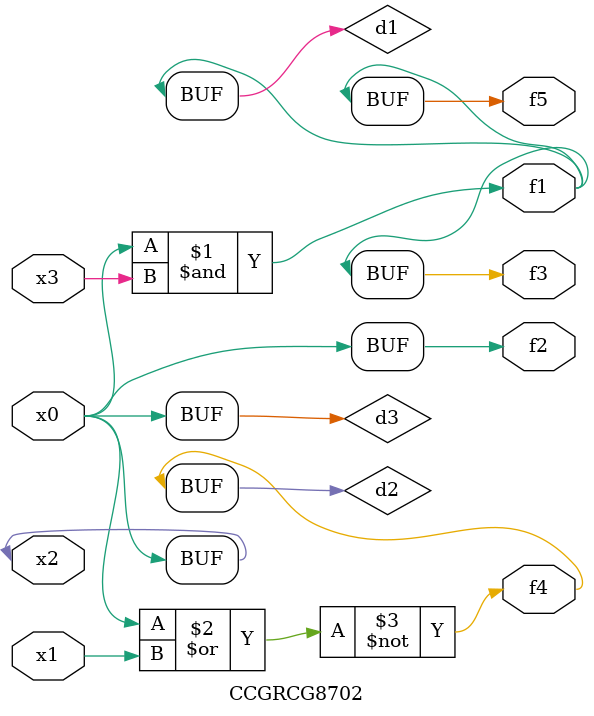
<source format=v>
module CCGRCG8702(
	input x0, x1, x2, x3,
	output f1, f2, f3, f4, f5
);

	wire d1, d2, d3;

	and (d1, x2, x3);
	nor (d2, x0, x1);
	buf (d3, x0, x2);
	assign f1 = d1;
	assign f2 = d3;
	assign f3 = d1;
	assign f4 = d2;
	assign f5 = d1;
endmodule

</source>
